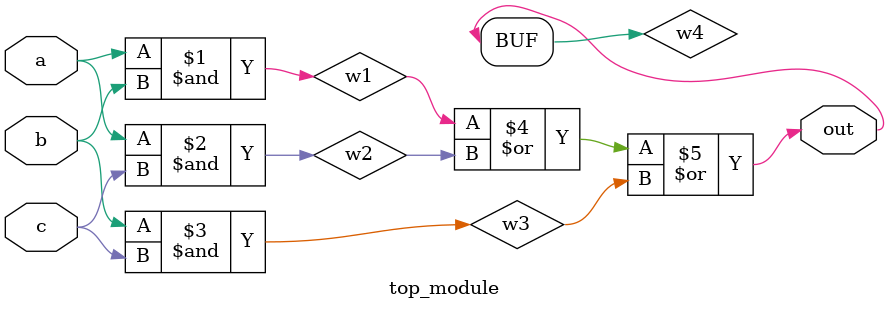
<source format=sv>
module top_module(
    input a, 
    input b,
    input c,
    output out
);
 
    wire w1, w2, w3, w4;
    
    assign w1 = a & b;
    assign w2 = a & c;
    assign w3 = b & c;
    assign w4 = w1 | w2 | w3;
    
    assign out = w4;
    
endmodule

</source>
